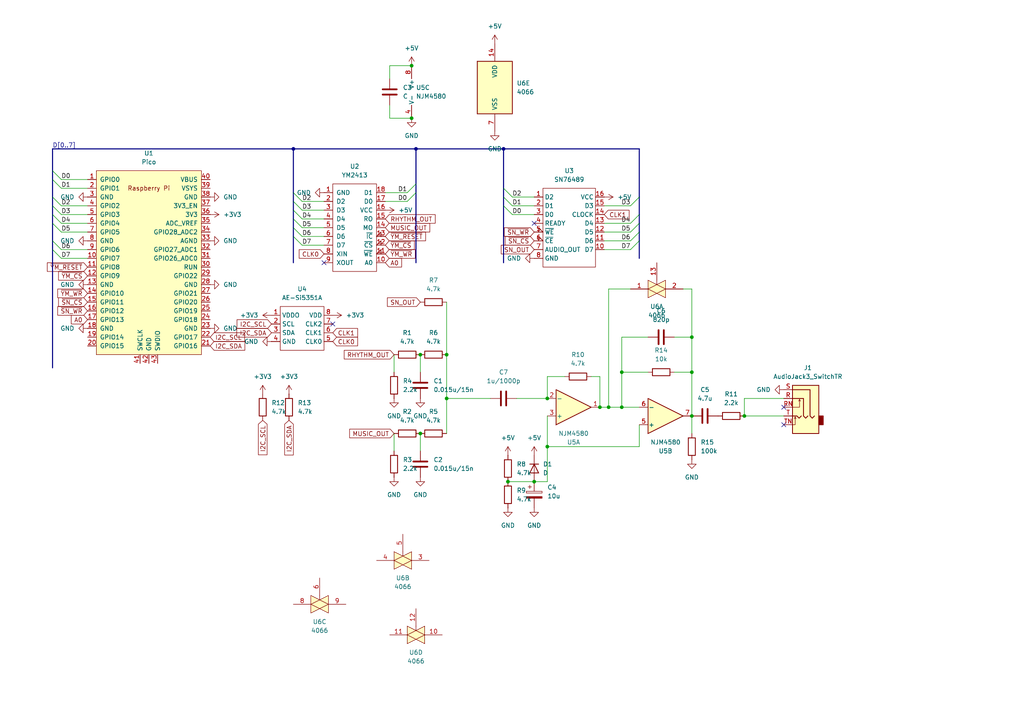
<source format=kicad_sch>
(kicad_sch (version 20231120) (generator "eeschema") (generator_version "8.0")
  (paper "A4")
  (lib_symbols
    (symbol "4xxx:4066" (pin_names (offset 1.016))
      (property "Reference" "U" (at -7.62 8.89 0))
      (property "Value" "4066" (at -7.62 -8.89 0))
      (symbol "4066_1_0"
        (polyline (pts (xy 0 1.27) (xy 0 2.54)) (stroke (width 0.1524)))
        (polyline (pts (xy -2.54 0) (xy 2.54 2.54) (xy 2.54 -2.54) (xy -2.54 0)) (fill (type background)))
        (polyline (pts (xy -2.54 2.54) (xy 2.54 0) (xy -2.54 -2.54) (xy -2.54 2.54)) (fill (type background)))
        (pin passive line (at -7.62 0 0) (length 5.08) (name "~") (number "1"))
        (pin input line (at 0 7.62 270) (length 5.08) (name "~") (number "13"))
        (pin passive line (at 7.62 0 180) (length 5.08) (name "~") (number "2"))
      )
      (symbol "4066_2_0"
        (polyline (pts (xy 0 1.27) (xy 0 2.54)) (stroke (width 0.1524)))
        (polyline (pts (xy -2.54 0) (xy 2.54 2.54) (xy 2.54 -2.54) (xy -2.54 0)) (fill (type background)))
        (polyline (pts (xy -2.54 2.54) (xy 2.54 0) (xy -2.54 -2.54) (xy -2.54 2.54)) (fill (type background)))
        (pin passive line (at 7.62 0 180) (length 5.08) (name "~") (number "3"))
        (pin passive line (at -7.62 0 0) (length 5.08) (name "~") (number "4"))
        (pin input line (at 0 7.62 270) (length 5.08) (name "~") (number "5"))
      )
      (symbol "4066_3_0"
        (polyline (pts (xy 0 1.27) (xy 0 2.54)) (stroke (width 0.1524)))
        (polyline (pts (xy -2.54 0) (xy 2.54 2.54) (xy 2.54 -2.54) (xy -2.54 0)) (fill (type background)))
        (polyline (pts (xy -2.54 2.54) (xy 2.54 0) (xy -2.54 -2.54) (xy -2.54 2.54)) (fill (type background)))
        (pin input line (at 0 7.62 270) (length 5.08) (name "~") (number "6"))
        (pin passive line (at -7.62 0 0) (length 5.08) (name "~") (number "8"))
        (pin passive line (at 7.62 0 180) (length 5.08) (name "~") (number "9"))
      )
      (symbol "4066_4_0"
        (polyline (pts (xy 0 1.27) (xy 0 2.54)) (stroke (width 0.1524)))
        (polyline (pts (xy -2.54 0) (xy 2.54 2.54) (xy 2.54 -2.54) (xy -2.54 0)) (fill (type background)))
        (polyline (pts (xy -2.54 2.54) (xy 2.54 0) (xy -2.54 -2.54) (xy -2.54 2.54)) (fill (type background)))
        (pin passive line (at 7.62 0 180) (length 5.08) (name "~") (number "10"))
        (pin passive line (at -7.62 0 0) (length 5.08) (name "~") (number "11"))
        (pin input line (at 0 7.62 270) (length 5.08) (name "~") (number "12"))
      )
      (symbol "4066_5_0"
        (pin power_in line (at 0 12.7 270) (length 5.08) (name "VDD") (number "14"))
        (pin power_in line (at 0 -12.7 90) (length 5.08) (name "VSS") (number "7"))
      )
      (symbol "4066_5_1"
        (rectangle (start -5.08 7.62) (end 5.08 -7.62) (stroke (width 0.254)) (fill (type background)))
      )
    )
    (symbol "Amplifier_Operational:NJM4580" (pin_names (offset 0.127))
      (property "Reference" "U" (at 0 5.08 0))
      (property "Value" "NJM4580" (at 0 -5.08 0))
      (symbol "NJM4580_1_1"
        (polyline (pts (xy -5.08 5.08) (xy 5.08 0) (xy -5.08 -5.08) (xy -5.08 5.08)) (stroke (width 0.254)) (fill (type background)))
        (pin output line (at 7.62 0 180) (length 2.54) (name "~") (number "1"))
        (pin input line (at -7.62 -2.54 0) (length 2.54) (name "-") (number "2"))
        (pin input line (at -7.62 2.54 0) (length 2.54) (name "+") (number "3"))
      )
      (symbol "NJM4580_2_1"
        (polyline (pts (xy -5.08 5.08) (xy 5.08 0) (xy -5.08 -5.08) (xy -5.08 5.08)) (stroke (width 0.254)) (fill (type background)))
        (pin input line (at -7.62 2.54 0) (length 2.54) (name "+") (number "5"))
        (pin input line (at -7.62 -2.54 0) (length 2.54) (name "-") (number "6"))
        (pin output line (at 7.62 0 180) (length 2.54) (name "~") (number "7"))
      )
      (symbol "NJM4580_3_1"
        (pin power_in line (at -2.54 -7.62 90) (length 3.81) (name "V-") (number "4"))
        (pin power_in line (at -2.54 7.62 270) (length 3.81) (name "V+") (number "8"))
      )
    )
    (symbol "Connector_Audio:AudioJack3_SwitchTR"
      (property "Reference" "J" (at 0 8.89 0))
      (property "Value" "AudioJack3_SwitchTR" (at 0 6.35 0))
      (symbol "AudioJack3_SwitchTR_0_1"
        (rectangle (start -5.08 -5.08) (end -6.35 -7.62) (stroke (width 0.254)) (fill (type outline)))
        (polyline (pts (xy 0.508 -0.254) (xy 0.762 -0.762)))
        (polyline (pts (xy 1.778 -5.334) (xy 2.032 -5.842)))
        (polyline (pts (xy 0 -5.08) (xy 0.635 -5.715) (xy 1.27 -5.08) (xy 2.54 -5.08)) (stroke (width 0.254)))
        (polyline (pts (xy 2.54 -7.62) (xy 1.778 -7.62) (xy 1.778 -5.334) (xy 1.524 -5.842)))
        (polyline (pts (xy 2.54 -2.54) (xy 0.508 -2.54) (xy 0.508 -0.254) (xy 0.254 -0.762)))
        (polyline (pts (xy -1.905 -5.08) (xy -1.27 -5.715) (xy -0.635 -5.08) (xy -0.635 0) (xy 2.54 0)) (stroke (width 0.254)))
        (polyline (pts (xy 2.54 2.54) (xy -2.54 2.54) (xy -2.54 -5.08) (xy -3.175 -5.715) (xy -3.81 -5.08)) (stroke (width 0.254)))
        (rectangle (start 2.54 3.81) (end -5.08 -10.16) (stroke (width 0.254)) (fill (type background)))
      )
      (symbol "AudioJack3_SwitchTR_1_1"
        (pin passive line (at 5.08 0 180) (length 2.54) (name "~") (number "R"))
        (pin passive line (at 5.08 -2.54 180) (length 2.54) (name "~") (number "RN"))
        (pin passive line (at 5.08 2.54 180) (length 2.54) (name "~") (number "S"))
        (pin passive line (at 5.08 -5.08 180) (length 2.54) (name "~") (number "T"))
        (pin passive line (at 5.08 -7.62 180) (length 2.54) (name "~") (number "TN"))
      )
    )
    (symbol "Device:C" (pin_numbers hide) (pin_names (offset 0.254))
      (property "Reference" "C" (at 0.635 2.54 0))
      (property "Value" "C" (at 0.635 -2.54 0))
      (symbol "C_0_1"
        (polyline (pts (xy -2.032 -0.762) (xy 2.032 -0.762)) (stroke (width 0.508)))
        (polyline (pts (xy -2.032 0.762) (xy 2.032 0.762)) (stroke (width 0.508)))
      )
      (symbol "C_1_1"
        (pin passive line (at 0 3.81 270) (length 2.794) (name "~") (number "1"))
        (pin passive line (at 0 -3.81 90) (length 2.794) (name "~") (number "2"))
      )
    )
    (symbol "Device:C_Polarized" (pin_numbers hide) (pin_names (offset 0.254))
      (property "Reference" "C" (at 0.635 2.54 0))
      (property "Value" "C_Polarized" (at 0.635 -2.54 0))
      (symbol "C_Polarized_0_1"
        (rectangle (start -2.286 0.508) (end 2.286 1.016))
        (polyline (pts (xy -1.778 2.286) (xy -0.762 2.286)))
        (polyline (pts (xy -1.27 2.794) (xy -1.27 1.778)))
        (rectangle (start 2.286 -0.508) (end -2.286 -1.016) (fill (type outline)))
      )
      (symbol "C_Polarized_1_1"
        (pin passive line (at 0 3.81 270) (length 2.794) (name "~") (number "1"))
        (pin passive line (at 0 -3.81 90) (length 2.794) (name "~") (number "2"))
      )
    )
    (symbol "Device:D" (pin_numbers hide) (pin_names (offset 1.016) hide)
      (property "Reference" "D" (at 0 2.54 0))
      (property "Value" "D" (at 0 -2.54 0))
      (symbol "D_0_1"
        (polyline (pts (xy -1.27 1.27) (xy -1.27 -1.27)) (stroke (width 0.254)))
        (polyline (pts (xy 1.27 0) (xy -1.27 0)))
        (polyline (pts (xy 1.27 1.27) (xy 1.27 -1.27) (xy -1.27 0) (xy 1.27 1.27)) (stroke (width 0.254)))
      )
      (symbol "D_1_1"
        (pin passive line (at -3.81 0 0) (length 2.54) (name "K") (number "1"))
        (pin passive line (at 3.81 0 180) (length 2.54) (name "A") (number "2"))
      )
    )
    (symbol "Device:R" (pin_numbers hide) (pin_names (offset 0))
      (property "Reference" "R" (at 2.032 0 90))
      (property "Value" "R" (at 0 0 90))
      (symbol "R_0_1"
        (rectangle (start -1.016 -2.54) (end 1.016 2.54) (stroke (width 0.254)))
      )
      (symbol "R_1_1"
        (pin passive line (at 0 3.81 270) (length 1.27) (name "~") (number "1"))
        (pin passive line (at 0 -3.81 90) (length 1.27) (name "~") (number "2"))
      )
    )
    (symbol "May:AE-Si5351A"
      (property "Reference" "U" (at 0 -8.89 0))
      (property "Value" "AE-Si5351A" (at 0 8.89 0))
      (symbol "AE-Si5351A_0_1"
        (rectangle (start -6.35 6.35) (end 6.35 -6.35))
      )
      (symbol "AE-Si5351A_1_1"
        (pin power_in line (at -8.89 3.81 0) (length 2.54) (name "VDDO") (number "1"))
        (pin input line (at -8.89 1.27 0) (length 2.54) (name "SCL") (number "2"))
        (pin bidirectional line (at -8.89 -1.27 0) (length 2.54) (name "SDA") (number "3"))
        (pin power_in line (at -8.89 -3.81 0) (length 2.54) (name "GND") (number "4"))
        (pin output line (at 8.89 -3.81 180) (length 2.54) (name "CLK0") (number "5"))
        (pin output line (at 8.89 -1.27 180) (length 2.54) (name "CLK1") (number "6"))
        (pin output line (at 8.89 1.27 180) (length 2.54) (name "CLK2") (number "7"))
        (pin power_in line (at 8.89 3.81 180) (length 2.54) (name "VDD") (number "8"))
      )
    )
    (symbol "May:SN76489"
      (property "Reference" "U" (at 0 -12.7 0))
      (property "Value" "SN76489" (at 0 12.7 0))
      (symbol "SN76489_0_1"
        (rectangle (start -7.62 11.43) (end 7.62 -11.43))
      )
      (symbol "SN76489_1_1"
        (pin input line (at -10.16 8.89 0) (length 2.54) (name "D2") (number "1"))
        (pin input line (at 10.16 -6.35 180) (length 2.54) (name "D7") (number "10"))
        (pin input line (at 10.16 -3.81 180) (length 2.54) (name "D6") (number "11"))
        (pin input line (at 10.16 -1.27 180) (length 2.54) (name "D5") (number "12"))
        (pin input line (at 10.16 1.27 180) (length 2.54) (name "D4") (number "13"))
        (pin input line (at 10.16 3.81 180) (length 2.54) (name "CLOCK") (number "14"))
        (pin input line (at 10.16 6.35 180) (length 2.54) (name "D3") (number "15"))
        (pin power_in line (at 10.16 8.89 180) (length 2.54) (name "VCC") (number "16"))
        (pin input line (at -10.16 6.35 0) (length 2.54) (name "D1") (number "2"))
        (pin input line (at -10.16 3.81 0) (length 2.54) (name "D0") (number "3"))
        (pin output line (at -10.16 1.27 0) (length 2.54) (name "READY") (number "4"))
        (pin input input_low (at -10.16 -1.27 0) (length 2.54) (name "~{WE}") (number "5"))
        (pin input input_low (at -10.16 -3.81 0) (length 2.54) (name "~{CE}") (number "6"))
        (pin output line (at -10.16 -6.35 0) (length 2.54) (name "AUDIO_OUT") (number "7"))
        (pin power_in line (at -10.16 -8.89 0) (length 2.54) (name "GND") (number "8"))
        (pin no_connect line (at 10.16 -8.89 180) (length 2.54) hide (name "NC") (number "9"))
      )
    )
    (symbol "May:YM2413" (pin_names (offset 1.016))
      (property "Reference" "U" (at 0 -15.24 0))
      (property "Value" "YM2413" (at 0 15.24 0))
      (symbol "YM2413_0_1"
        (rectangle (start -6.35 12.7) (end 6.35 -12.7))
      )
      (symbol "YM2413_1_1"
        (pin power_in line (at -8.89 10.16 0) (length 2.54) (name "GND") (number "1"))
        (pin input line (at 8.89 -10.16 180) (length 2.54) (name "A0") (number "10"))
        (pin bidirectional input_low (at 8.89 -7.62 180) (length 2.54) (name "~{WE}") (number "11"))
        (pin input input_low (at 8.89 -5.08 180) (length 2.54) (name "~{CS}") (number "12"))
        (pin input input_low (at 8.89 -2.54 180) (length 2.54) (name "~{IC}") (number "13"))
        (pin output line (at 8.89 0 180) (length 2.54) (name "MO") (number "14"))
        (pin output line (at 8.89 2.54 180) (length 2.54) (name "RO") (number "15"))
        (pin power_in line (at 8.89 5.08 180) (length 2.54) (name "VCC") (number "16"))
        (pin bidirectional line (at 8.89 7.62 180) (length 2.54) (name "D0") (number "17"))
        (pin bidirectional line (at 8.89 10.16 180) (length 2.54) (name "D1") (number "18"))
        (pin bidirectional line (at -8.89 7.62 0) (length 2.54) (name "D2") (number "2"))
        (pin bidirectional line (at -8.89 5.08 0) (length 2.54) (name "D3") (number "3"))
        (pin bidirectional line (at -8.89 2.54 0) (length 2.54) (name "D4") (number "4"))
        (pin bidirectional line (at -8.89 0 0) (length 2.54) (name "D5") (number "5"))
        (pin bidirectional line (at -8.89 -2.54 0) (length 2.54) (name "D6") (number "6"))
        (pin bidirectional line (at -8.89 -5.08 0) (length 2.54) (name "D7") (number "7"))
        (pin input line (at -8.89 -7.62 0) (length 2.54) (name "XIN") (number "8"))
        (pin output line (at -8.89 -10.16 0) (length 2.54) (name "XOUT") (number "9"))
      )
    )
    (symbol "RPi_Pico:Pico" (pin_names (offset 1.016))
      (property "Reference" "U" (at -13.97 27.94 0))
      (property "Value" "Pico" (at 0 19.05 0))
      (symbol "Pico_0_0"
        (text "Raspberry Pi" (at 0 21.59 0) (effects (font (size 1.27 1.27))))
      )
      (symbol "Pico_0_1"
        (rectangle (start -15.24 26.67) (end 15.24 -26.67) (fill (type background)))
      )
      (symbol "Pico_1_1"
        (pin bidirectional line (at -17.78 24.13 0) (length 2.54) (name "GPIO0") (number "1"))
        (pin bidirectional line (at -17.78 1.27 0) (length 2.54) (name "GPIO7") (number "10"))
        (pin bidirectional line (at -17.78 -1.27 0) (length 2.54) (name "GPIO8") (number "11"))
        (pin bidirectional line (at -17.78 -3.81 0) (length 2.54) (name "GPIO9") (number "12"))
        (pin power_in line (at -17.78 -6.35 0) (length 2.54) (name "GND") (number "13"))
        (pin bidirectional line (at -17.78 -8.89 0) (length 2.54) (name "GPIO10") (number "14"))
        (pin bidirectional line (at -17.78 -11.43 0) (length 2.54) (name "GPIO11") (number "15"))
        (pin bidirectional line (at -17.78 -13.97 0) (length 2.54) (name "GPIO12") (number "16"))
        (pin bidirectional line (at -17.78 -16.51 0) (length 2.54) (name "GPIO13") (number "17"))
        (pin power_in line (at -17.78 -19.05 0) (length 2.54) (name "GND") (number "18"))
        (pin bidirectional line (at -17.78 -21.59 0) (length 2.54) (name "GPIO14") (number "19"))
        (pin bidirectional line (at -17.78 21.59 0) (length 2.54) (name "GPIO1") (number "2"))
        (pin bidirectional line (at -17.78 -24.13 0) (length 2.54) (name "GPIO15") (number "20"))
        (pin bidirectional line (at 17.78 -24.13 180) (length 2.54) (name "GPIO16") (number "21"))
        (pin bidirectional line (at 17.78 -21.59 180) (length 2.54) (name "GPIO17") (number "22"))
        (pin power_in line (at 17.78 -19.05 180) (length 2.54) (name "GND") (number "23"))
        (pin bidirectional line (at 17.78 -16.51 180) (length 2.54) (name "GPIO18") (number "24"))
        (pin bidirectional line (at 17.78 -13.97 180) (length 2.54) (name "GPIO19") (number "25"))
        (pin bidirectional line (at 17.78 -11.43 180) (length 2.54) (name "GPIO20") (number "26"))
        (pin bidirectional line (at 17.78 -8.89 180) (length 2.54) (name "GPIO21") (number "27"))
        (pin power_in line (at 17.78 -6.35 180) (length 2.54) (name "GND") (number "28"))
        (pin bidirectional line (at 17.78 -3.81 180) (length 2.54) (name "GPIO22") (number "29"))
        (pin power_in line (at -17.78 19.05 0) (length 2.54) (name "GND") (number "3"))
        (pin input line (at 17.78 -1.27 180) (length 2.54) (name "RUN") (number "30"))
        (pin bidirectional line (at 17.78 1.27 180) (length 2.54) (name "GPIO26_ADC0") (number "31"))
        (pin bidirectional line (at 17.78 3.81 180) (length 2.54) (name "GPIO27_ADC1") (number "32"))
        (pin power_in line (at 17.78 6.35 180) (length 2.54) (name "AGND") (number "33"))
        (pin bidirectional line (at 17.78 8.89 180) (length 2.54) (name "GPIO28_ADC2") (number "34"))
        (pin unspecified line (at 17.78 11.43 180) (length 2.54) (name "ADC_VREF") (number "35"))
        (pin unspecified line (at 17.78 13.97 180) (length 2.54) (name "3V3") (number "36"))
        (pin input line (at 17.78 16.51 180) (length 2.54) (name "3V3_EN") (number "37"))
        (pin bidirectional line (at 17.78 19.05 180) (length 2.54) (name "GND") (number "38"))
        (pin unspecified line (at 17.78 21.59 180) (length 2.54) (name "VSYS") (number "39"))
        (pin bidirectional line (at -17.78 16.51 0) (length 2.54) (name "GPIO2") (number "4"))
        (pin unspecified line (at 17.78 24.13 180) (length 2.54) (name "VBUS") (number "40"))
        (pin input line (at -2.54 -29.21 90) (length 2.54) (name "SWCLK") (number "41"))
        (pin power_in line (at 0 -29.21 90) (length 2.54) (name "GND") (number "42"))
        (pin bidirectional line (at 2.54 -29.21 90) (length 2.54) (name "SWDIO") (number "43"))
        (pin bidirectional line (at -17.78 13.97 0) (length 2.54) (name "GPIO3") (number "5"))
        (pin bidirectional line (at -17.78 11.43 0) (length 2.54) (name "GPIO4") (number "6"))
        (pin bidirectional line (at -17.78 8.89 0) (length 2.54) (name "GPIO5") (number "7"))
        (pin power_in line (at -17.78 6.35 0) (length 2.54) (name "GND") (number "8"))
        (pin bidirectional line (at -17.78 3.81 0) (length 2.54) (name "GPIO6") (number "9"))
      )
    )
    (symbol "power:+3V3" (power) (pin_numbers hide) (pin_names (offset 0) hide)
      (property "Value" "+3V3" (at 0 3.556 0))
      (symbol "+3V3_0_1"
        (polyline (pts (xy -0.762 1.27) (xy 0 2.54)))
        (polyline (pts (xy 0 0) (xy 0 2.54)))
        (polyline (pts (xy 0 2.54) (xy 0.762 1.27)))
      )
      (symbol "+3V3_1_1"
        (pin power_in line (at 0 0 90) (length 0) (name "~") (number "1"))
      )
    )
    (symbol "power:+5V" (power) (pin_numbers hide) (pin_names (offset 0) hide)
      (property "Value" "+5V" (at 0 3.556 0))
      (symbol "+5V_0_1"
        (polyline (pts (xy -0.762 1.27) (xy 0 2.54)))
        (polyline (pts (xy 0 0) (xy 0 2.54)))
        (polyline (pts (xy 0 2.54) (xy 0.762 1.27)))
      )
      (symbol "+5V_1_1"
        (pin power_in line (at 0 0 90) (length 0) (name "~") (number "1"))
      )
    )
    (symbol "power:GND" (power) (pin_numbers hide) (pin_names (offset 0) hide)
      (property "Value" "GND" (at 0 -3.81 0))
      (symbol "GND_0_1"
        (polyline (pts (xy 0 0) (xy 0 -1.27) (xy 1.27 -1.27) (xy 0 -2.54) (xy -1.27 -1.27) (xy 0 -1.27)))
      )
      (symbol "GND_1_1"
        (pin power_in line (at 0 0 270) (length 0) (name "~") (number "1"))
      )
    )
  )
  (junction (at 119.38 34.29))
  (junction (at 85.09 43.18))
  (junction (at 158.75 129.54))
  (junction (at 119.38 19.05))
  (junction (at 215.9 120.65))
  (junction (at 147.32 139.7))
  (junction (at 129.54 115.57))
  (junction (at 200.66 120.65))
  (junction (at 180.34 107.95))
  (junction (at 180.34 118.11))
  (junction (at 121.92 125.73))
  (junction (at 129.54 102.87))
  (junction (at 154.94 139.7))
  (junction (at 200.66 107.95))
  (junction (at 173.99 118.11))
  (junction (at 176.53 118.11))
  (junction (at 158.75 115.57))
  (junction (at 121.92 102.87))
  (junction (at 146.05 43.18))
  (junction (at 120.65 43.18))
  (junction (at 200.66 97.79))
  (no_connect (at 227.33 118.11))
  (no_connect (at 96.52 93.98))
  (no_connect (at 227.33 123.19))
  (no_connect (at 93.98 76.2))
  (no_connect (at 154.94 64.77))
  (bus_entry (at 182.88 67.31) (size 2.54 -2.54))
  (bus_entry (at 146.05 54.61) (size 2.54 2.54))
  (bus_entry (at 15.24 57.15) (size 2.54 2.54))
  (bus_entry (at 146.05 59.69) (size 2.54 2.54))
  (bus_entry (at 15.24 64.77) (size 2.54 2.54))
  (bus_entry (at 85.09 55.88) (size 2.54 2.54))
  (bus_entry (at 146.05 57.15) (size 2.54 2.54))
  (bus_entry (at 120.65 53.34) (size -2.54 2.54))
  (bus_entry (at 15.24 69.85) (size 2.54 2.54))
  (bus_entry (at 182.88 59.69) (size 2.54 -2.54))
  (bus_entry (at 182.88 72.39) (size 2.54 -2.54))
  (bus_entry (at 15.24 49.53) (size 2.54 2.54))
  (bus_entry (at 85.09 68.58) (size 2.54 2.54))
  (bus_entry (at 85.09 58.42) (size 2.54 2.54))
  (bus_entry (at 85.09 60.96) (size 2.54 2.54))
  (bus_entry (at 182.88 69.85) (size 2.54 -2.54))
  (bus_entry (at 15.24 62.23) (size 2.54 2.54))
  (bus_entry (at 15.24 52.07) (size 2.54 2.54))
  (bus_entry (at 15.24 72.39) (size 2.54 2.54))
  (bus_entry (at 120.65 55.88) (size -2.54 2.54))
  (bus_entry (at 15.24 59.69) (size 2.54 2.54))
  (bus_entry (at 85.09 66.04) (size 2.54 2.54))
  (bus_entry (at 182.88 64.77) (size 2.54 -2.54))
  (bus_entry (at 85.09 63.5) (size 2.54 2.54))
  (bus (pts (xy 120.65 53.34) (xy 120.65 55.88)))
  (wire (pts (xy 113.03 19.05) (xy 119.38 19.05)))
  (bus (pts (xy 85.09 43.18) (xy 120.65 43.18)))
  (wire (pts (xy 118.11 58.42) (xy 111.76 58.42)))
  (bus (pts (xy 15.24 69.85) (xy 15.24 72.39)))
  (wire (pts (xy 129.54 87.63) (xy 129.54 102.87)))
  (wire (pts (xy 176.53 83.82) (xy 182.88 83.82)))
  (wire (pts (xy 200.66 107.95) (xy 200.66 120.65)))
  (bus (pts (xy 146.05 59.69) (xy 146.05 76.2)))
  (wire (pts (xy 185.42 129.54) (xy 185.42 123.19)))
  (bus (pts (xy 185.42 69.85) (xy 185.42 67.31)))
  (wire (pts (xy 158.75 109.22) (xy 163.83 109.22)))
  (wire (pts (xy 200.66 83.82) (xy 200.66 97.79)))
  (wire (pts (xy 87.63 68.58) (xy 93.98 68.58)))
  (wire (pts (xy 198.12 83.82) (xy 200.66 83.82)))
  (bus (pts (xy 15.24 49.53) (xy 15.24 52.07)))
  (bus (pts (xy 15.24 43.18) (xy 85.09 43.18)))
  (bus (pts (xy 15.24 72.39) (xy 15.24 106.68)))
  (wire (pts (xy 17.78 72.39) (xy 25.4 72.39)))
  (wire (pts (xy 180.34 97.79) (xy 187.96 97.79)))
  (bus (pts (xy 120.65 55.88) (xy 120.65 76.2)))
  (wire (pts (xy 87.63 58.42) (xy 93.98 58.42)))
  (wire (pts (xy 176.53 118.11) (xy 173.99 118.11)))
  (wire (pts (xy 118.11 55.88) (xy 111.76 55.88)))
  (bus (pts (xy 15.24 43.18) (xy 15.24 49.53)))
  (bus (pts (xy 146.05 43.18) (xy 185.42 43.18)))
  (wire (pts (xy 17.78 54.61) (xy 25.4 54.61)))
  (bus (pts (xy 146.05 43.18) (xy 146.05 54.61)))
  (bus (pts (xy 15.24 59.69) (xy 15.24 62.23)))
  (wire (pts (xy 215.9 120.65) (xy 215.9 115.57)))
  (wire (pts (xy 175.26 72.39) (xy 182.88 72.39)))
  (wire (pts (xy 113.03 22.86) (xy 113.03 19.05)))
  (wire (pts (xy 175.26 67.31) (xy 182.88 67.31)))
  (bus (pts (xy 85.09 58.42) (xy 85.09 60.96)))
  (wire (pts (xy 17.78 59.69) (xy 25.4 59.69)))
  (wire (pts (xy 185.42 118.11) (xy 180.34 118.11)))
  (wire (pts (xy 129.54 125.73) (xy 129.54 115.57)))
  (wire (pts (xy 87.63 60.96) (xy 93.98 60.96)))
  (wire (pts (xy 149.86 115.57) (xy 158.75 115.57)))
  (bus (pts (xy 146.05 54.61) (xy 146.05 57.15)))
  (wire (pts (xy 180.34 118.11) (xy 180.34 107.95)))
  (bus (pts (xy 120.65 43.18) (xy 146.05 43.18)))
  (wire (pts (xy 195.58 107.95) (xy 200.66 107.95)))
  (wire (pts (xy 215.9 115.57) (xy 227.33 115.57)))
  (wire (pts (xy 158.75 115.57) (xy 158.75 109.22)))
  (wire (pts (xy 148.59 59.69) (xy 154.94 59.69)))
  (wire (pts (xy 114.3 125.73) (xy 114.3 130.81)))
  (bus (pts (xy 85.09 60.96) (xy 85.09 63.5)))
  (wire (pts (xy 87.63 71.12) (xy 93.98 71.12)))
  (wire (pts (xy 17.78 62.23) (xy 25.4 62.23)))
  (wire (pts (xy 180.34 118.11) (xy 176.53 118.11)))
  (bus (pts (xy 15.24 62.23) (xy 15.24 64.77)))
  (wire (pts (xy 215.9 120.65) (xy 227.33 120.65)))
  (bus (pts (xy 120.65 43.18) (xy 120.65 53.34)))
  (wire (pts (xy 17.78 67.31) (xy 25.4 67.31)))
  (wire (pts (xy 17.78 74.93) (xy 25.4 74.93)))
  (wire (pts (xy 119.38 34.29) (xy 113.03 34.29)))
  (wire (pts (xy 158.75 129.54) (xy 158.75 120.65)))
  (bus (pts (xy 85.09 63.5) (xy 85.09 66.04)))
  (wire (pts (xy 129.54 115.57) (xy 142.24 115.57)))
  (bus (pts (xy 85.09 55.88) (xy 85.09 58.42)))
  (bus (pts (xy 185.42 57.15) (xy 185.42 43.18)))
  (wire (pts (xy 158.75 129.54) (xy 185.42 129.54)))
  (wire (pts (xy 173.99 118.11) (xy 173.99 109.22)))
  (wire (pts (xy 180.34 107.95) (xy 180.34 97.79)))
  (wire (pts (xy 176.53 118.11) (xy 176.53 83.82)))
  (bus (pts (xy 85.09 66.04) (xy 85.09 68.58)))
  (wire (pts (xy 114.3 102.87) (xy 114.3 107.95)))
  (bus (pts (xy 15.24 52.07) (xy 15.24 57.15)))
  (wire (pts (xy 175.26 64.77) (xy 182.88 64.77)))
  (bus (pts (xy 185.42 74.93) (xy 185.42 69.85)))
  (wire (pts (xy 148.59 57.15) (xy 154.94 57.15)))
  (wire (pts (xy 147.32 139.7) (xy 154.94 139.7)))
  (wire (pts (xy 87.63 66.04) (xy 93.98 66.04)))
  (wire (pts (xy 158.75 139.7) (xy 158.75 129.54)))
  (wire (pts (xy 129.54 102.87) (xy 129.54 115.57)))
  (bus (pts (xy 185.42 62.23) (xy 185.42 57.15)))
  (wire (pts (xy 173.99 109.22) (xy 171.45 109.22)))
  (wire (pts (xy 175.26 69.85) (xy 182.88 69.85)))
  (bus (pts (xy 85.09 43.18) (xy 85.09 55.88)))
  (wire (pts (xy 200.66 125.73) (xy 200.66 120.65)))
  (wire (pts (xy 113.03 34.29) (xy 113.03 30.48)))
  (wire (pts (xy 17.78 64.77) (xy 25.4 64.77)))
  (wire (pts (xy 17.78 52.07) (xy 25.4 52.07)))
  (wire (pts (xy 180.34 107.95) (xy 187.96 107.95)))
  (bus (pts (xy 15.24 57.15) (xy 15.24 59.69)))
  (wire (pts (xy 121.92 102.87) (xy 121.92 107.95)))
  (bus (pts (xy 85.09 68.58) (xy 85.09 76.2)))
  (wire (pts (xy 200.66 97.79) (xy 195.58 97.79)))
  (bus (pts (xy 146.05 57.15) (xy 146.05 59.69)))
  (wire (pts (xy 154.94 139.7) (xy 158.75 139.7)))
  (wire (pts (xy 121.92 125.73) (xy 121.92 130.81)))
  (wire (pts (xy 200.66 107.95) (xy 200.66 97.79)))
  (bus (pts (xy 15.24 64.77) (xy 15.24 69.85)))
  (wire (pts (xy 175.26 59.69) (xy 182.88 59.69)))
  (bus (pts (xy 185.42 67.31) (xy 185.42 64.77)))
  (wire (pts (xy 148.59 62.23) (xy 154.94 62.23)))
  (wire (pts (xy 87.63 63.5) (xy 93.98 63.5)))
  (bus (pts (xy 185.42 64.77) (xy 185.42 62.23)))
  (label "D2" (at 148.59 57.15 0))
  (label "D2" (at 87.63 58.42 0))
  (label "D7" (at 17.78 74.93 0))
  (label "D4" (at 17.78 64.77 0))
  (label "D5" (at 17.78 67.31 0))
  (label "D3" (at 17.78 62.23 0))
  (label "D7" (at 182.88 72.39 180))
  (label "D7" (at 87.63 71.12 0))
  (label "D1" (at 17.78 54.61 0))
  (label "D4" (at 182.88 64.77 180))
  (label "D6" (at 17.78 72.39 0))
  (label "D2" (at 17.78 59.69 0))
  (label "D[0..7]" (at 15.24 43.18 0))
  (label "D3" (at 87.63 60.96 0))
  (label "D0" (at 17.78 52.07 0))
  (label "D3" (at 182.88 59.69 180))
  (label "D0" (at 148.59 62.23 0))
  (label "D6" (at 87.63 68.58 0))
  (label "D5" (at 182.88 67.31 180))
  (label "D6" (at 182.88 69.85 180))
  (label "D5" (at 87.63 66.04 0))
  (label "D1" (at 118.11 55.88 180))
  (label "D0" (at 118.11 58.42 180))
  (label "D4" (at 87.63 63.5 0))
  (label "D1" (at 148.59 59.69 0))
  (global_label "RHYTHM_OUT" (shape input) (at 114.3 102.87 180) (property "Intersheetrefs" "${INTERSHEET_REFS}" (effects (hide yes))))
  (global_label "I2C_SCL" (shape input) (at 78.74 93.98 180) (property "Intersheetrefs" "${INTERSHEET_REFS}" (effects (hide yes))))
  (global_label "~{YM_WR}" (shape input) (at 25.4 85.09 180) (property "Intersheetrefs" "${INTERSHEET_REFS}" (effects (hide yes))))
  (global_label "A0" (shape input) (at 111.76 76.2 0) (property "Intersheetrefs" "${INTERSHEET_REFS}" (effects (hide yes))))
  (global_label "I2C_SDA" (shape input) (at 83.82 121.92 270) (property "Intersheetrefs" "${INTERSHEET_REFS}" (effects (hide yes))))
  (global_label "~{YM_RESET}" (shape input) (at 25.4 77.47 180) (property "Intersheetrefs" "${INTERSHEET_REFS}" (effects (hide yes))))
  (global_label "~{YM_RESET}" (shape input) (at 111.76 68.58 0) (property "Intersheetrefs" "${INTERSHEET_REFS}" (effects (hide yes))))
  (global_label "~{YM_CS}" (shape input) (at 25.4 80.01 180) (property "Intersheetrefs" "${INTERSHEET_REFS}" (effects (hide yes))))
  (global_label "CLK0" (shape input) (at 93.98 73.66 180) (property "Intersheetrefs" "${INTERSHEET_REFS}" (effects (hide yes))))
  (global_label "~{YM_CS}" (shape input) (at 111.76 71.12 0) (property "Intersheetrefs" "${INTERSHEET_REFS}" (effects (hide yes))))
  (global_label "I2C_SDA" (shape input) (at 78.74 96.52 180) (property "Intersheetrefs" "${INTERSHEET_REFS}" (effects (hide yes))))
  (global_label "CLK1" (shape input) (at 175.26 62.23 0) (property "Intersheetrefs" "${INTERSHEET_REFS}" (effects (hide yes))))
  (global_label "~{SN_CS}" (shape input) (at 154.94 69.85 180) (property "Intersheetrefs" "${INTERSHEET_REFS}" (effects (hide yes))))
  (global_label "~{SN_CS}" (shape input) (at 25.4 87.63 180) (property "Intersheetrefs" "${INTERSHEET_REFS}" (effects (hide yes))))
  (global_label "MUSIC_OUT" (shape input) (at 114.3 125.73 180) (property "Intersheetrefs" "${INTERSHEET_REFS}" (effects (hide yes))))
  (global_label "~{SN_WR}" (shape input) (at 25.4 90.17 180) (property "Intersheetrefs" "${INTERSHEET_REFS}" (effects (hide yes))))
  (global_label "~{YM_WR}" (shape input) (at 111.76 73.66 0) (property "Intersheetrefs" "${INTERSHEET_REFS}" (effects (hide yes))))
  (global_label "I2C_SCL" (shape input) (at 60.96 97.79 0) (property "Intersheetrefs" "${INTERSHEET_REFS}" (effects (hide yes))))
  (global_label "SN_OUT" (shape input) (at 154.94 72.39 180) (property "Intersheetrefs" "${INTERSHEET_REFS}" (effects (hide yes))))
  (global_label "A0" (shape input) (at 25.4 92.71 180) (property "Intersheetrefs" "${INTERSHEET_REFS}" (effects (hide yes))))
  (global_label "CLK1" (shape input) (at 96.52 96.52 0) (property "Intersheetrefs" "${INTERSHEET_REFS}" (effects (hide yes))))
  (global_label "CLK0" (shape input) (at 96.52 99.06 0) (property "Intersheetrefs" "${INTERSHEET_REFS}" (effects (hide yes))))
  (global_label "MUSIC_OUT" (shape input) (at 111.76 66.04 0) (property "Intersheetrefs" "${INTERSHEET_REFS}" (effects (hide yes))))
  (global_label "RHYTHM_OUT" (shape input) (at 111.76 63.5 0) (property "Intersheetrefs" "${INTERSHEET_REFS}" (effects (hide yes))))
  (global_label "I2C_SDA" (shape input) (at 60.96 100.33 0) (property "Intersheetrefs" "${INTERSHEET_REFS}" (effects (hide yes))))
  (global_label "SN_OUT" (shape input) (at 121.92 87.63 180) (property "Intersheetrefs" "${INTERSHEET_REFS}" (effects (hide yes))))
  (global_label "I2C_SCL" (shape input) (at 76.2 121.92 270) (property "Intersheetrefs" "${INTERSHEET_REFS}" (effects (hide yes))))
  (global_label "~{SN_WR}" (shape input) (at 154.94 67.31 180) (property "Intersheetrefs" "${INTERSHEET_REFS}" (effects (hide yes))))
  (symbol (lib_id "Device:R") (at 114.3 134.62 180) (unit 1)
    (property "Reference" "R3" (at 116.84 133.3499 0) (effects (justify right)))
    (property "Value" "2.2k" (at 116.84 135.8899 0) (effects (justify right)))
    (property "Footprint" "Resistor_THT:R_Axial_DIN0207_L6.3mm_D2.5mm_P10.16mm_Horizontal" (effects (hide yes)))
    (property "Description" "Resistor" (effects (hide yes)))
  )
  (symbol (lib_id "Device:R") (at 147.32 135.89 0) (unit 1)
    (property "Reference" "R8" (at 149.86 134.6199 0) (effects (justify left)))
    (property "Value" "4.7k" (at 149.86 137.1599 0) (effects (justify left)))
    (property "Footprint" "Resistor_THT:R_Axial_DIN0207_L6.3mm_D2.5mm_P10.16mm_Horizontal" (effects (hide yes)))
    (property "Description" "Resistor" (effects (hide yes)))
  )
  (symbol (lib_id "4xxx:4066") (at 92.71 175.26 0) (unit 3)
    (property "Reference" "U6" (at 92.71 180.34 0))
    (property "Value" "4066" (at 92.71 182.88 0))
    (property "Footprint" "Package_DIP:DIP-14_W7.62mm_Socket_LongPads" (effects (hide yes)))
    (property "Datasheet" "http://www.ti.com/lit/ds/symlink/cd4066b.pdf" (effects (hide yes)))
    (property "Description" "Quad Analog Switches" (effects (hide yes)))
  )
  (symbol (lib_id "Device:R") (at 118.11 102.87 90) (unit 1)
    (property "Reference" "R1" (at 118.11 96.52 90))
    (property "Value" "4.7k" (at 118.11 99.06 90))
    (property "Footprint" "Resistor_THT:R_Axial_DIN0207_L6.3mm_D2.5mm_P10.16mm_Horizontal" (effects (hide yes)))
    (property "Description" "Resistor" (effects (hide yes)))
  )
  (symbol (lib_id "power:GND") (at 121.92 115.57 0) (unit 1)
    (property "Reference" "#PWR09" (effects (hide yes)))
    (property "Value" "GND" (at 121.92 120.65 0))
    (property "Description" "Power symbol creates a global label with name \"GND\" , ground" (effects (hide yes)))
  )
  (symbol (lib_id "power:GND") (at 200.66 133.35 0) (unit 1)
    (property "Reference" "#PWR019" (effects (hide yes)))
    (property "Value" "GND" (at 200.66 138.43 0))
    (property "Description" "Power symbol creates a global label with name \"GND\" , ground" (effects (hide yes)))
  )
  (symbol (lib_id "power:GND") (at 25.4 82.55 270) (unit 1)
    (property "Reference" "#PWR022" (effects (hide yes)))
    (property "Value" "GND" (at 21.59 82.5499 90) (effects (justify right)))
    (property "Description" "Power symbol creates a global label with name \"GND\" , ground" (effects (hide yes)))
  )
  (symbol (lib_id "May:AE-Si5351A") (at 87.63 95.25 0) (unit 1)
    (property "Reference" "U4" (at 87.63 83.82 0))
    (property "Value" "AE-Si5351A" (at 87.63 86.36 0))
    (property "Footprint" "Package_DIP:DIP-8_W7.62mm" (effects (hide yes)))
    (property "Description" "Akiduki Denshi's Si5351A module" (effects (hide yes)))
  )
  (symbol (lib_id "Device:C") (at 146.05 115.57 90) (unit 1)
    (property "Reference" "C7" (at 146.05 107.95 90))
    (property "Value" "1u/1000p" (at 146.05 110.49 90))
    (property "Description" "Unpolarized capacitor" (effects (hide yes)))
  )
  (symbol (lib_id "power:GND") (at 60.96 82.55 90) (unit 1)
    (property "Reference" "#PWR025" (effects (hide yes)))
    (property "Value" "GND" (at 64.77 82.5499 90) (effects (justify right)))
    (property "Description" "Power symbol creates a global label with name \"GND\" , ground" (effects (hide yes)))
  )
  (symbol (lib_id "power:+5V") (at 154.94 132.08 0) (unit 1)
    (property "Reference" "#PWR013" (effects (hide yes)))
    (property "Value" "+5V" (at 154.94 127 0))
    (property "Description" "Power symbol creates a global label with name \"+5V\"" (effects (hide yes)))
  )
  (symbol (lib_id "Device:C") (at 121.92 111.76 0) (unit 1)
    (property "Reference" "C1" (at 125.73 110.4899 0) (effects (justify left)))
    (property "Value" "0.015u/15n" (at 125.73 113.0299 0) (effects (justify left)))
    (property "Footprint" "Capacitor_THT:C_Disc_D7.0mm_W2.5mm_P5.00mm" (effects (hide yes)))
    (property "Description" "Unpolarized capacitor" (effects (hide yes)))
  )
  (symbol (lib_id "Device:R") (at 147.32 143.51 0) (unit 1)
    (property "Reference" "R9" (at 149.86 142.2399 0) (effects (justify left)))
    (property "Value" "4.7k" (at 149.86 144.7799 0) (effects (justify left)))
    (property "Footprint" "Resistor_THT:R_Axial_DIN0207_L6.3mm_D2.5mm_P10.16mm_Horizontal" (effects (hide yes)))
    (property "Description" "Resistor" (effects (hide yes)))
  )
  (symbol (lib_id "Device:C") (at 121.92 134.62 0) (unit 1)
    (property "Reference" "C2" (at 125.73 133.3499 0) (effects (justify left)))
    (property "Value" "0.015u/15n" (at 125.73 135.8899 0) (effects (justify left)))
    (property "Footprint" "Capacitor_THT:C_Disc_D7.0mm_W2.5mm_P5.00mm" (effects (hide yes)))
    (property "Description" "Unpolarized capacitor" (effects (hide yes)))
  )
  (symbol (lib_id "Device:C") (at 191.77 97.79 90) (unit 1)
    (property "Reference" "C6" (at 191.77 90.17 90))
    (property "Value" "820p" (at 191.77 92.71 90))
    (property "Footprint" "Capacitor_THT:C_Disc_D7.0mm_W2.5mm_P5.00mm" (effects (hide yes)))
    (property "Description" "Unpolarized capacitor" (effects (hide yes)))
  )
  (symbol (lib_id "power:+3V3") (at 83.82 114.3 0) (unit 1)
    (property "Reference" "#PWR017" (effects (hide yes)))
    (property "Value" "+3V3" (at 83.82 109.22 0))
    (property "Description" "Power symbol creates a global label with name \"+3V3\"" (effects (hide yes)))
  )
  (symbol (lib_id "power:GND") (at 114.3 138.43 0) (unit 1)
    (property "Reference" "#PWR010" (effects (hide yes)))
    (property "Value" "GND" (at 114.3 143.51 0))
    (property "Description" "Power symbol creates a global label with name \"GND\" , ground" (effects (hide yes)))
  )
  (symbol (lib_id "4xxx:4066") (at 120.65 184.15 0) (unit 4)
    (property "Reference" "U6" (at 120.65 189.23 0))
    (property "Value" "4066" (at 120.65 191.77 0))
    (property "Footprint" "Package_DIP:DIP-14_W7.62mm_Socket_LongPads" (effects (hide yes)))
    (property "Datasheet" "http://www.ti.com/lit/ds/symlink/cd4066b.pdf" (effects (hide yes)))
    (property "Description" "Quad Analog Switches" (effects (hide yes)))
  )
  (symbol (lib_id "power:GND") (at 78.74 99.06 270) (unit 1)
    (property "Reference" "#PWR05" (effects (hide yes)))
    (property "Value" "GND" (at 74.93 99.0599 90) (effects (justify right)))
    (property "Description" "Power symbol creates a global label with name \"GND\" , ground" (effects (hide yes)))
  )
  (symbol (lib_id "power:GND") (at 25.4 57.15 270) (unit 1)
    (property "Reference" "#PWR020" (effects (hide yes)))
    (property "Value" "GND" (at 21.59 57.1499 90) (effects (justify right)))
    (property "Description" "Power symbol creates a global label with name \"GND\" , ground" (effects (hide yes)))
  )
  (symbol (lib_id "RPi_Pico:Pico") (at 43.18 76.2 0) (unit 1)
    (property "Reference" "U1" (at 43.18 44.45 0))
    (property "Value" "Pico" (at 43.18 46.99 0))
    (property "Footprint" "RPi_Pico:RPi_Pico_SMD_TH" (effects (hide yes)))
  )
  (symbol (lib_id "4xxx:4066") (at 190.5 83.82 0) (unit 1)
    (property "Reference" "U6" (at 190.5 88.9 0))
    (property "Value" "4066" (at 190.5 91.44 0))
    (property "Footprint" "Package_DIP:DIP-14_W7.62mm_Socket_LongPads" (effects (hide yes)))
    (property "Datasheet" "http://www.ti.com/lit/ds/symlink/cd4066b.pdf" (effects (hide yes)))
    (property "Description" "Quad Analog Switches" (effects (hide yes)))
  )
  (symbol (lib_id "power:+5V") (at 147.32 132.08 0) (unit 1)
    (property "Reference" "#PWR012" (effects (hide yes)))
    (property "Value" "+5V" (at 147.32 127 0))
    (property "Description" "Power symbol creates a global label with name \"+5V\"" (effects (hide yes)))
  )
  (symbol (lib_id "Device:R") (at 114.3 111.76 180) (unit 1)
    (property "Reference" "R4" (at 116.84 110.4899 0) (effects (justify right)))
    (property "Value" "2.2k" (at 116.84 113.0299 0) (effects (justify right)))
    (property "Footprint" "Resistor_THT:R_Axial_DIN0207_L6.3mm_D2.5mm_P10.16mm_Horizontal" (effects (hide yes)))
    (property "Description" "Resistor" (effects (hide yes)))
  )
  (symbol (lib_id "Device:R") (at 125.73 102.87 90) (unit 1)
    (property "Reference" "R6" (at 125.73 96.52 90))
    (property "Value" "4.7k" (at 125.73 99.06 90))
    (property "Footprint" "Resistor_THT:R_Axial_DIN0207_L6.3mm_D2.5mm_P10.16mm_Horizontal" (effects (hide yes)))
    (property "Description" "Resistor" (effects (hide yes)))
  )
  (symbol (lib_id "May:SN76489") (at 165.1 66.04 0) (unit 1)
    (property "Reference" "U3" (at 165.1 49.53 0))
    (property "Value" "SN76489" (at 165.1 52.07 0))
    (property "Footprint" "Socket:DIP_Socket-16_W4.3_W5.08_W7.62_W10.16_W10.9_3M_216-3340-00-0602J" (effects (hide yes)))
  )
  (symbol (lib_id "power:+5V") (at 111.76 60.96 270) (unit 1)
    (property "Reference" "#PWR03" (effects (hide yes)))
    (property "Value" "+5V" (at 115.57 60.9599 90) (effects (justify left)))
    (property "Description" "Power symbol creates a global label with name \"+5V\"" (effects (hide yes)))
  )
  (symbol (lib_id "power:GND") (at 60.96 95.25 90) (unit 1)
    (property "Reference" "#PWR027" (effects (hide yes)))
    (property "Value" "GND" (at 64.77 95.2499 90) (effects (justify right)))
    (property "Description" "Power symbol creates a global label with name \"GND\" , ground" (effects (hide yes)))
  )
  (symbol (lib_id "power:+3V3") (at 96.52 91.44 270) (unit 1)
    (property "Reference" "#PWR07" (effects (hide yes)))
    (property "Value" "+3V3" (at 100.33 91.4399 90) (effects (justify left)))
    (property "Description" "Power symbol creates a global label with name \"+3V3\"" (effects (hide yes)))
  )
  (symbol (lib_id "Device:C") (at 113.03 26.67 0) (unit 1)
    (property "Reference" "C3" (at 116.84 25.3999 0) (effects (justify left)))
    (property "Value" "C" (at 116.84 27.9399 0) (effects (justify left)))
    (property "Footprint" "Capacitor_THT:CP_Radial_D6.3mm_P2.50mm" (effects (hide yes)))
    (property "Description" "Unpolarized capacitor" (effects (hide yes)))
  )
  (symbol (lib_id "power:GND") (at 114.3 115.57 0) (unit 1)
    (property "Reference" "#PWR08" (effects (hide yes)))
    (property "Value" "GND" (at 114.3 120.65 0))
    (property "Description" "Power symbol creates a global label with name \"GND\" , ground" (effects (hide yes)))
  )
  (symbol (lib_id "power:+5V") (at 175.26 57.15 270) (unit 1)
    (property "Reference" "#PWR04" (effects (hide yes)))
    (property "Value" "+5V" (at 179.07 57.1499 90) (effects (justify left)))
    (property "Description" "Power symbol creates a global label with name \"+5V\"" (effects (hide yes)))
  )
  (symbol (lib_id "Device:C_Polarized") (at 154.94 143.51 0) (unit 1)
    (property "Reference" "C4" (at 158.75 141.3509 0) (effects (justify left)))
    (property "Value" "10u" (at 158.75 143.8909 0) (effects (justify left)))
    (property "Footprint" "Capacitor_THT:CP_Radial_D6.3mm_P2.50mm" (effects (hide yes)))
    (property "Description" "Polarized capacitor" (effects (hide yes)))
  )
  (symbol (lib_id "power:+5V") (at 119.38 19.05 0) (unit 1)
    (property "Reference" "#PWR030" (effects (hide yes)))
    (property "Value" "+5V" (at 119.38 13.97 0))
    (property "Description" "Power symbol creates a global label with name \"+5V\"" (effects (hide yes)))
  )
  (symbol (lib_id "May:YM2413") (at 102.87 66.04 0) (unit 1)
    (property "Reference" "U2" (at 102.87 48.26 0))
    (property "Value" "YM2413" (at 102.87 50.8 0))
    (property "Footprint" "Socket:DIP_Socket-18_W4.3_W5.08_W7.62_W10.16_W10.9_3M_218-3341-00-0602J" (effects (hide yes)))
    (property "Datasheet" "http://map.grauw.nl/resources/sound/yamaha_ym2413_ds.pdf" (effects (hide yes)))
    (property "Description" "FM Operator Type-LL (OPLL)" (effects (hide yes)))
  )
  (symbol (lib_id "power:+3V3") (at 76.2 114.3 0) (unit 1)
    (property "Reference" "#PWR018" (effects (hide yes)))
    (property "Value" "+3V3" (at 76.2 109.22 0))
    (property "Description" "Power symbol creates a global label with name \"+3V3\"" (effects (hide yes)))
  )
  (symbol (lib_id "power:GND") (at 227.33 113.03 270) (unit 1)
    (property "Reference" "#PWR016" (effects (hide yes)))
    (property "Value" "GND" (at 223.52 113.0299 90) (effects (justify right)))
    (property "Description" "Power symbol creates a global label with name \"GND\" , ground" (effects (hide yes)))
  )
  (symbol (lib_id "power:+3V3") (at 60.96 62.23 270) (unit 1)
    (property "Reference" "#PWR028" (effects (hide yes)))
    (property "Value" "+3V3" (at 64.77 62.2299 90) (effects (justify left)))
    (property "Description" "Power symbol creates a global label with name \"+3V3\"" (effects (hide yes)))
  )
  (symbol (lib_id "Device:R") (at 200.66 129.54 0) (unit 1)
    (property "Reference" "R15" (at 203.2 128.2699 0) (effects (justify left)))
    (property "Value" "100k" (at 203.2 130.8099 0) (effects (justify left)))
    (property "Description" "Resistor" (effects (hide yes)))
  )
  (symbol (lib_id "4xxx:4066") (at 116.84 162.56 0) (unit 2)
    (property "Reference" "U6" (at 116.84 167.64 0))
    (property "Value" "4066" (at 116.84 170.18 0))
    (property "Footprint" "Package_DIP:DIP-14_W7.62mm_Socket_LongPads" (effects (hide yes)))
    (property "Datasheet" "http://www.ti.com/lit/ds/symlink/cd4066b.pdf" (effects (hide yes)))
    (property "Description" "Quad Analog Switches" (effects (hide yes)))
  )
  (symbol (lib_id "Amplifier_Operational:NJM4580") (at 193.04 120.65 0) (mirror x) (unit 2)
    (property "Reference" "U5" (at 193.04 130.81 0))
    (property "Value" "NJM4580" (at 193.04 128.27 0))
    (property "Footprint" "Package_DIP:DIP-8_W7.62mm_Socket_LongPads" (effects (hide yes)))
    (property "Datasheet" "http://www.njr.com/semicon/PDF/NJM4580_E.pdf" (effects (hide yes)))
    (property "Description" "Dual Operational Amplifier, DIP-8/DMP-8/SIP-8/MSOP-8/SOP-8/SSOP-8" (effects (hide yes)))
  )
  (symbol (lib_id "power:GND") (at 60.96 57.15 90) (unit 1)
    (property "Reference" "#PWR024" (effects (hide yes)))
    (property "Value" "GND" (at 64.77 57.1499 90) (effects (justify right)))
    (property "Description" "Power symbol creates a global label with name \"GND\" , ground" (effects (hide yes)))
  )
  (symbol (lib_id "Amplifier_Operational:NJM4580") (at 121.92 26.67 0) (unit 3)
    (property "Reference" "U5" (at 120.65 25.3999 0) (effects (justify left)))
    (property "Value" "NJM4580" (at 120.65 27.9399 0) (effects (justify left)))
    (property "Footprint" "Package_DIP:DIP-8_W7.62mm_Socket_LongPads" (effects (hide yes)))
    (property "Datasheet" "http://www.njr.com/semicon/PDF/NJM4580_E.pdf" (effects (hide yes)))
    (property "Description" "Dual Operational Amplifier, DIP-8/DMP-8/SIP-8/MSOP-8/SOP-8/SSOP-8" (effects (hide yes)))
  )
  (symbol (lib_id "Device:R") (at 83.82 118.11 180) (unit 1)
    (property "Reference" "R13" (at 86.36 116.8399 0) (effects (justify right)))
    (property "Value" "4.7k" (at 86.36 119.3799 0) (effects (justify right)))
    (property "Footprint" "Resistor_THT:R_Axial_DIN0207_L6.3mm_D2.5mm_P10.16mm_Horizontal" (effects (hide yes)))
    (property "Description" "Resistor" (effects (hide yes)))
  )
  (symbol (lib_id "power:+5V") (at 143.51 12.7 0) (unit 1)
    (property "Reference" "#PWR031" (effects (hide yes)))
    (property "Value" "+5V" (at 143.51 7.62 0))
    (property "Description" "Power symbol creates a global label with name \"+5V\"" (effects (hide yes)))
  )
  (symbol (lib_id "power:GND") (at 25.4 95.25 270) (unit 1)
    (property "Reference" "#PWR023" (effects (hide yes)))
    (property "Value" "GND" (at 21.59 95.2499 90) (effects (justify right)))
    (property "Description" "Power symbol creates a global label with name \"GND\" , ground" (effects (hide yes)))
  )
  (symbol (lib_id "power:GND") (at 60.96 69.85 90) (unit 1)
    (property "Reference" "#PWR026" (effects (hide yes)))
    (property "Value" "GND" (at 64.77 69.8499 90) (effects (justify right)))
    (property "Description" "Power symbol creates a global label with name \"GND\" , ground" (effects (hide yes)))
  )
  (symbol (lib_id "power:+3V3") (at 78.74 91.44 90) (unit 1)
    (property "Reference" "#PWR06" (effects (hide yes)))
    (property "Value" "+3V3" (at 74.93 91.4399 90) (effects (justify left)))
    (property "Description" "Power symbol creates a global label with name \"+3V3\"" (effects (hide yes)))
  )
  (symbol (lib_id "Device:R") (at 76.2 118.11 180) (unit 1)
    (property "Reference" "R12" (at 78.74 116.8399 0) (effects (justify right)))
    (property "Value" "4.7k" (at 78.74 119.3799 0) (effects (justify right)))
    (property "Footprint" "Resistor_THT:R_Axial_DIN0207_L6.3mm_D2.5mm_P10.16mm_Horizontal" (effects (hide yes)))
    (property "Description" "Resistor" (effects (hide yes)))
  )
  (symbol (lib_id "4xxx:4066") (at 143.51 25.4 0) (unit 5)
    (property "Reference" "U6" (at 149.86 24.1299 0) (effects (justify left)))
    (property "Value" "4066" (at 149.86 26.6699 0) (effects (justify left)))
    (property "Footprint" "Package_DIP:DIP-14_W7.62mm_Socket_LongPads" (effects (hide yes)))
    (property "Datasheet" "http://www.ti.com/lit/ds/symlink/cd4066b.pdf" (effects (hide yes)))
    (property "Description" "Quad Analog Switches" (effects (hide yes)))
  )
  (symbol (lib_id "Device:R") (at 212.09 120.65 90) (unit 1)
    (property "Reference" "R11" (at 212.09 114.3 90))
    (property "Value" "2.2k" (at 212.09 116.84 90))
    (property "Footprint" "Resistor_THT:R_Axial_DIN0207_L6.3mm_D2.5mm_P10.16mm_Horizontal" (effects (hide yes)))
    (property "Description" "Resistor" (effects (hide yes)))
  )
  (symbol (lib_id "power:GND") (at 147.32 147.32 0) (unit 1)
    (property "Reference" "#PWR014" (effects (hide yes)))
    (property "Value" "GND" (at 147.32 152.4 0))
    (property "Description" "Power symbol creates a global label with name \"GND\" , ground" (effects (hide yes)))
  )
  (symbol (lib_id "Device:R") (at 125.73 125.73 90) (unit 1)
    (property "Reference" "R5" (at 125.73 119.38 90))
    (property "Value" "4.7k" (at 125.73 121.92 90))
    (property "Footprint" "Resistor_THT:R_Axial_DIN0207_L6.3mm_D2.5mm_P10.16mm_Horizontal" (effects (hide yes)))
    (property "Description" "Resistor" (effects (hide yes)))
  )
  (symbol (lib_id "Device:R") (at 191.77 107.95 90) (unit 1)
    (property "Reference" "R14" (at 191.77 101.6 90))
    (property "Value" "10k" (at 191.77 104.14 90))
    (property "Footprint" "Resistor_THT:R_Axial_DIN0207_L6.3mm_D2.5mm_P10.16mm_Horizontal" (effects (hide yes)))
    (property "Description" "Resistor" (effects (hide yes)))
  )
  (symbol (lib_id "Amplifier_Operational:NJM4580") (at 166.37 118.11 0) (mirror x) (unit 1)
    (property "Reference" "U5" (at 166.37 128.27 0))
    (property "Value" "NJM4580" (at 166.37 125.73 0))
    (property "Footprint" "Package_DIP:DIP-8_W7.62mm_Socket_LongPads" (effects (hide yes)))
    (property "Datasheet" "http://www.njr.com/semicon/PDF/NJM4580_E.pdf" (effects (hide yes)))
    (property "Description" "Dual Operational Amplifier, DIP-8/DMP-8/SIP-8/MSOP-8/SOP-8/SSOP-8" (effects (hide yes)))
  )
  (symbol (lib_id "power:GND") (at 154.94 74.93 270) (unit 1)
    (property "Reference" "#PWR02" (effects (hide yes)))
    (property "Value" "GND" (at 151.13 74.9299 90) (effects (justify right)))
    (property "Description" "Power symbol creates a global label with name \"GND\" , ground" (effects (hide yes)))
  )
  (symbol (lib_id "power:GND") (at 119.38 34.29 0) (unit 1)
    (property "Reference" "#PWR029" (effects (hide yes)))
    (property "Value" "GND" (at 119.38 39.37 0))
    (property "Description" "Power symbol creates a global label with name \"GND\" , ground" (effects (hide yes)))
  )
  (symbol (lib_id "Device:C") (at 204.47 120.65 90) (unit 1)
    (property "Reference" "C5" (at 204.47 113.03 90))
    (property "Value" "4.7u" (at 204.47 115.57 90))
    (property "Footprint" "Capacitor_THT:C_Disc_D7.0mm_W2.5mm_P5.00mm" (effects (hide yes)))
    (property "Description" "Unpolarized capacitor" (effects (hide yes)))
  )
  (symbol (lib_id "power:GND") (at 25.4 69.85 270) (unit 1)
    (property "Reference" "#PWR021" (effects (hide yes)))
    (property "Value" "GND" (at 21.59 69.8499 90) (effects (justify right)))
    (property "Description" "Power symbol creates a global label with name \"GND\" , ground" (effects (hide yes)))
  )
  (symbol (lib_id "power:GND") (at 121.92 138.43 0) (unit 1)
    (property "Reference" "#PWR011" (effects (hide yes)))
    (property "Value" "GND" (at 121.92 143.51 0))
    (property "Description" "Power symbol creates a global label with name \"GND\" , ground" (effects (hide yes)))
  )
  (symbol (lib_id "Device:R") (at 125.73 87.63 90) (unit 1)
    (property "Reference" "R7" (at 125.73 81.28 90))
    (property "Value" "4.7k" (at 125.73 83.82 90))
    (property "Footprint" "Resistor_THT:R_Axial_DIN0207_L6.3mm_D2.5mm_P10.16mm_Horizontal" (effects (hide yes)))
    (property "Description" "Resistor" (effects (hide yes)))
  )
  (symbol (lib_id "Connector_Audio:AudioJack3_SwitchTR") (at 232.41 115.57 0) (mirror y) (unit 1)
    (property "Reference" "J1" (at 234.315 106.68 0))
    (property "Value" "AudioJack3_SwitchTR" (at 234.315 109.22 0))
    (property "Footprint" "Connector_Audio:Jack_3.5mm_Ledino_KB3SPRS_Horizontal" (effects (hide yes)))
    (property "Description" "Audio Jack, 3 Poles (Stereo / TRS), Switched TR Poles (Normalling)" (effects (hide yes)))
  )
  (symbol (lib_id "Device:R") (at 167.64 109.22 90) (unit 1)
    (property "Reference" "R10" (at 167.64 102.87 90))
    (property "Value" "4.7k" (at 167.64 105.41 90))
    (property "Footprint" "Resistor_THT:R_Axial_DIN0207_L6.3mm_D2.5mm_P10.16mm_Horizontal" (effects (hide yes)))
    (property "Description" "Resistor" (effects (hide yes)))
  )
  (symbol (lib_id "Device:R") (at 118.11 125.73 90) (unit 1)
    (property "Reference" "R2" (at 118.11 119.38 90))
    (property "Value" "4.7k" (at 118.11 121.92 90))
    (property "Footprint" "Resistor_THT:R_Axial_DIN0207_L6.3mm_D2.5mm_P10.16mm_Horizontal" (effects (hide yes)))
    (property "Description" "Resistor" (effects (hide yes)))
  )
  (symbol (lib_id "power:GND") (at 154.94 147.32 0) (unit 1)
    (property "Reference" "#PWR015" (effects (hide yes)))
    (property "Value" "GND" (at 154.94 152.4 0))
    (property "Description" "Power symbol creates a global label with name \"GND\" , ground" (effects (hide yes)))
  )
  (symbol (lib_id "power:GND") (at 93.98 55.88 270) (unit 1)
    (property "Reference" "#PWR01" (effects (hide yes)))
    (property "Value" "GND" (at 90.17 55.8799 90) (effects (justify right)))
    (property "Description" "Power symbol creates a global label with name \"GND\" , ground" (effects (hide yes)))
  )
  (symbol (lib_id "Device:D") (at 154.94 135.89 270) (unit 1)
    (property "Reference" "D1" (at 157.48 134.6199 90) (effects (justify left)))
    (property "Value" "D" (at 157.48 137.1599 90) (effects (justify left)))
    (property "Footprint" "Diode_THT:D_DO-41_SOD81_P10.16mm_Horizontal" (effects (hide yes)))
    (property "Description" "Diode" (effects (hide yes)))
    (property "Sim.Device" "D" (effects (hide yes)))
    (property "Sim.Pins" "1=K 2=A" (effects (hide yes)))
  )
  (symbol (lib_id "power:GND") (at 143.51 38.1 0) (unit 1)
    (property "Reference" "#PWR032" (effects (hide yes)))
    (property "Value" "GND" (at 143.51 43.18 0))
    (property "Description" "Power symbol creates a global label with name \"GND\" , ground" (effects (hide yes)))
  )
)
</source>
